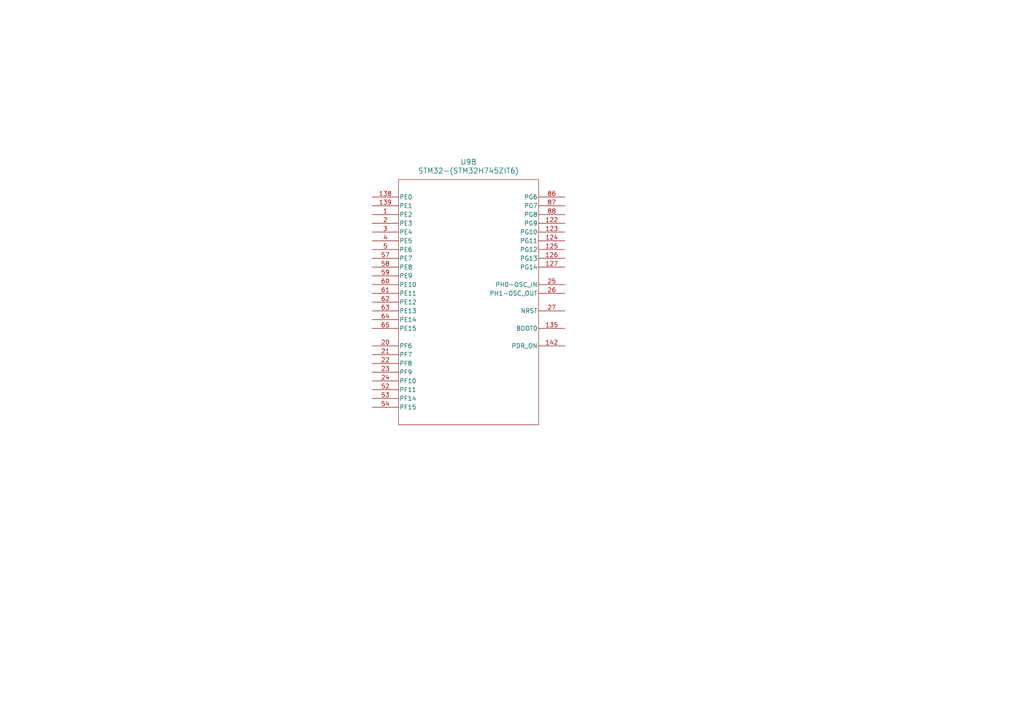
<source format=kicad_sch>
(kicad_sch (version 20230121) (generator eeschema)
  (paper "A4")
  (lib_symbols
    (symbol "GAUL-Symboles:STM32-(STM32H745ZIT6)" (pin_names (offset 0.254))
      (property "Reference" "U" (at 30.48 10.16 0))
      (property "Value" "STM32-(STM32H745ZIT6)" (at 30.48 7.62 0))
      (symbol "STM32-(STM32H745ZIT6)_1_1"
        (polyline (pts (xy 7.62 -86.36) (xy 53.34 -86.36)) (stroke (width 0.127)))
        (polyline (pts (xy 7.62 5.08) (xy 7.62 -86.36)) (stroke (width 0.127)))
        (polyline (pts (xy 53.34 -86.36) (xy 53.34 5.08)) (stroke (width 0.127)))
        (polyline (pts (xy 53.34 5.08) (xy 7.62 5.08)) (stroke (width 0.127)))
        (pin bidirectional line (at 60.96 -35.56 180) (length 7.62) (name "PC14-OSC32_IN") (number "10"))
        (pin bidirectional line (at 0 -27.94 0) (length 7.62) (name "PA11") (number "100"))
        (pin bidirectional line (at 0 -30.48 0) (length 7.62) (name "PA12") (number "101"))
        (pin bidirectional line (at 0 -33.02 0) (length 7.62) (name "PA13") (number "102"))
        (pin bidirectional line (at 0 -35.56 0) (length 7.62) (name "PA14") (number "107"))
        (pin bidirectional line (at 0 -38.1 0) (length 7.62) (name "PA15") (number "108"))
        (pin bidirectional line (at 60.96 -25.4 180) (length 7.62) (name "PC10") (number "109"))
        (pin bidirectional line (at 60.96 -38.1 180) (length 7.62) (name "PC15-OSC32_OUT") (number "11"))
        (pin bidirectional line (at 60.96 -27.94 180) (length 7.62) (name "PC11") (number "110"))
        (pin bidirectional line (at 60.96 -30.48 180) (length 7.62) (name "PC12") (number "111"))
        (pin bidirectional line (at 60.96 -43.18 180) (length 7.62) (name "PD0") (number "112"))
        (pin bidirectional line (at 60.96 -45.72 180) (length 7.62) (name "PD1") (number "113"))
        (pin bidirectional line (at 60.96 -48.26 180) (length 7.62) (name "PD2") (number "114"))
        (pin bidirectional line (at 60.96 -50.8 180) (length 7.62) (name "PD3") (number "115"))
        (pin bidirectional line (at 60.96 -53.34 180) (length 7.62) (name "PD4") (number "116"))
        (pin bidirectional line (at 60.96 -55.88 180) (length 7.62) (name "PD5") (number "117"))
        (pin bidirectional line (at 60.96 -58.42 180) (length 7.62) (name "PD6") (number "120"))
        (pin bidirectional line (at 60.96 -60.96 180) (length 7.62) (name "PD7") (number "121"))
        (pin bidirectional line (at 0 -50.8 0) (length 7.62) (name "PB3") (number "130"))
        (pin bidirectional line (at 0 -53.34 0) (length 7.62) (name "PB4") (number "131"))
        (pin bidirectional line (at 0 -55.88 0) (length 7.62) (name "PB5") (number "132"))
        (pin bidirectional line (at 0 -58.42 0) (length 7.62) (name "PB6") (number "133"))
        (pin bidirectional line (at 0 -60.96 0) (length 7.62) (name "PB7") (number "134"))
        (pin bidirectional line (at 0 -63.5 0) (length 7.62) (name "PB8") (number "136"))
        (pin bidirectional line (at 0 -66.04 0) (length 7.62) (name "PB9") (number "137"))
        (pin bidirectional line (at 60.96 0 180) (length 7.62) (name "PC0") (number "28"))
        (pin bidirectional line (at 60.96 -2.54 180) (length 7.62) (name "PC1") (number "29"))
        (pin bidirectional line (at 60.96 -5.08 180) (length 7.62) (name "PC2_C") (number "30"))
        (pin bidirectional line (at 60.96 -7.62 180) (length 7.62) (name "PC3_C") (number "31"))
        (pin bidirectional line (at 0 0 0) (length 7.62) (name "PA0") (number "37"))
        (pin bidirectional line (at 0 -2.54 0) (length 7.62) (name "PA1") (number "38"))
        (pin bidirectional line (at 0 -5.08 0) (length 7.62) (name "PA2") (number "39"))
        (pin bidirectional line (at 0 -7.62 0) (length 7.62) (name "PA3") (number "40"))
        (pin bidirectional line (at 0 -10.16 0) (length 7.62) (name "PA4") (number "43"))
        (pin bidirectional line (at 0 -12.7 0) (length 7.62) (name "PA5") (number "44"))
        (pin bidirectional line (at 0 -15.24 0) (length 7.62) (name "PA6") (number "45"))
        (pin bidirectional line (at 0 -17.78 0) (length 7.62) (name "PA7") (number "46"))
        (pin bidirectional line (at 60.96 -10.16 180) (length 7.62) (name "PC4") (number "47"))
        (pin bidirectional line (at 60.96 -12.7 180) (length 7.62) (name "PC5") (number "48"))
        (pin bidirectional line (at 0 -43.18 0) (length 7.62) (name "PB0") (number "49"))
        (pin bidirectional line (at 0 -45.72 0) (length 7.62) (name "PB1") (number "50"))
        (pin bidirectional line (at 0 -48.26 0) (length 7.62) (name "PB2") (number "51"))
        (pin bidirectional line (at 0 -68.58 0) (length 7.62) (name "PB10") (number "66"))
        (pin bidirectional line (at 0 -71.12 0) (length 7.62) (name "PB11") (number "67"))
        (pin bidirectional line (at 0 -73.66 0) (length 7.62) (name "PB12") (number "72"))
        (pin bidirectional line (at 0 -76.2 0) (length 7.62) (name "PB13") (number "73"))
        (pin bidirectional line (at 0 -78.74 0) (length 7.62) (name "PB14") (number "74"))
        (pin bidirectional line (at 0 -81.28 0) (length 7.62) (name "PB15") (number "75"))
        (pin bidirectional line (at 60.96 -63.5 180) (length 7.62) (name "PD8") (number "76"))
        (pin bidirectional line (at 60.96 -66.04 180) (length 7.62) (name "PD9") (number "77"))
        (pin bidirectional line (at 60.96 -68.58 180) (length 7.62) (name "PD10") (number "78"))
        (pin bidirectional line (at 60.96 -71.12 180) (length 7.62) (name "PD11") (number "81"))
        (pin bidirectional line (at 60.96 -73.66 180) (length 7.62) (name "PD12") (number "82"))
        (pin bidirectional line (at 60.96 -76.2 180) (length 7.62) (name "PD13") (number "83"))
        (pin bidirectional line (at 60.96 -78.74 180) (length 7.62) (name "PD14") (number "84"))
        (pin bidirectional line (at 60.96 -81.28 180) (length 7.62) (name "PD15") (number "85"))
        (pin bidirectional line (at 60.96 -33.02 180) (length 7.62) (name "PC13") (number "9"))
        (pin bidirectional line (at 60.96 -15.24 180) (length 7.62) (name "PC6") (number "93"))
        (pin bidirectional line (at 60.96 -17.78 180) (length 7.62) (name "PC7") (number "94"))
        (pin bidirectional line (at 60.96 -20.32 180) (length 7.62) (name "PC8") (number "95"))
        (pin bidirectional line (at 60.96 -22.86 180) (length 7.62) (name "PC9") (number "96"))
        (pin bidirectional line (at 0 -20.32 0) (length 7.62) (name "PA8") (number "97"))
        (pin bidirectional line (at 0 -22.86 0) (length 7.62) (name "PA9") (number "98"))
        (pin bidirectional line (at 0 -25.4 0) (length 7.62) (name "PA10") (number "99"))
      )
      (symbol "STM32-(STM32H745ZIT6)_2_1"
        (polyline (pts (xy 7.62 -66.04) (xy 48.26 -66.04)) (stroke (width 0.127)))
        (polyline (pts (xy 7.62 5.08) (xy 7.62 -66.04)) (stroke (width 0.127)))
        (polyline (pts (xy 48.26 -66.04) (xy 48.26 5.08)) (stroke (width 0.127)))
        (polyline (pts (xy 48.26 5.08) (xy 7.62 5.08)) (stroke (width 0.127)))
        (pin bidirectional line (at 0 -5.08 0) (length 7.62) (name "PE2") (number "1"))
        (pin bidirectional line (at 55.88 -7.62 180) (length 7.62) (name "PG9") (number "122"))
        (pin bidirectional line (at 55.88 -10.16 180) (length 7.62) (name "PG10") (number "123"))
        (pin bidirectional line (at 55.88 -12.7 180) (length 7.62) (name "PG11") (number "124"))
        (pin bidirectional line (at 55.88 -15.24 180) (length 7.62) (name "PG12") (number "125"))
        (pin bidirectional line (at 55.88 -17.78 180) (length 7.62) (name "PG13") (number "126"))
        (pin bidirectional line (at 55.88 -20.32 180) (length 7.62) (name "PG14") (number "127"))
        (pin input line (at 55.88 -38.1 180) (length 7.62) (name "BOOT0") (number "135"))
        (pin bidirectional line (at 0 0 0) (length 7.62) (name "PE0") (number "138"))
        (pin bidirectional line (at 0 -2.54 0) (length 7.62) (name "PE1") (number "139"))
        (pin bidirectional line (at 55.88 -43.18 180) (length 7.62) (name "PDR_ON") (number "142"))
        (pin bidirectional line (at 0 -7.62 0) (length 7.62) (name "PE3") (number "2"))
        (pin bidirectional line (at 0 -43.18 0) (length 7.62) (name "PF6") (number "20"))
        (pin bidirectional line (at 0 -45.72 0) (length 7.62) (name "PF7") (number "21"))
        (pin bidirectional line (at 0 -48.26 0) (length 7.62) (name "PF8") (number "22"))
        (pin bidirectional line (at 0 -50.8 0) (length 7.62) (name "PF9") (number "23"))
        (pin bidirectional line (at 0 -53.34 0) (length 7.62) (name "PF10") (number "24"))
        (pin bidirectional line (at 55.88 -25.4 180) (length 7.62) (name "PH0-OSC_IN") (number "25"))
        (pin bidirectional line (at 55.88 -27.94 180) (length 7.62) (name "PH1-OSC_OUT") (number "26"))
        (pin bidirectional line (at 55.88 -33.02 180) (length 7.62) (name "NRST") (number "27"))
        (pin bidirectional line (at 0 -10.16 0) (length 7.62) (name "PE4") (number "3"))
        (pin bidirectional line (at 0 -12.7 0) (length 7.62) (name "PE5") (number "4"))
        (pin bidirectional line (at 0 -15.24 0) (length 7.62) (name "PE6") (number "5"))
        (pin bidirectional line (at 0 -55.88 0) (length 7.62) (name "PF11") (number "52"))
        (pin bidirectional line (at 0 -58.42 0) (length 7.62) (name "PF14") (number "53"))
        (pin bidirectional line (at 0 -60.96 0) (length 7.62) (name "PF15") (number "54"))
        (pin bidirectional line (at 0 -17.78 0) (length 7.62) (name "PE7") (number "57"))
        (pin bidirectional line (at 0 -20.32 0) (length 7.62) (name "PE8") (number "58"))
        (pin bidirectional line (at 0 -22.86 0) (length 7.62) (name "PE9") (number "59"))
        (pin bidirectional line (at 0 -25.4 0) (length 7.62) (name "PE10") (number "60"))
        (pin bidirectional line (at 0 -27.94 0) (length 7.62) (name "PE11") (number "61"))
        (pin bidirectional line (at 0 -30.48 0) (length 7.62) (name "PE12") (number "62"))
        (pin bidirectional line (at 0 -33.02 0) (length 7.62) (name "PE13") (number "63"))
        (pin bidirectional line (at 0 -35.56 0) (length 7.62) (name "PE14") (number "64"))
        (pin bidirectional line (at 0 -38.1 0) (length 7.62) (name "PE15") (number "65"))
        (pin bidirectional line (at 55.88 0 180) (length 7.62) (name "PG6") (number "86"))
        (pin bidirectional line (at 55.88 -2.54 180) (length 7.62) (name "PG7") (number "87"))
        (pin bidirectional line (at 55.88 -5.08 180) (length 7.62) (name "PG8") (number "88"))
      )
      (symbol "STM32-(STM32H745ZIT6)_3_1"
        (polyline (pts (xy 7.62 -68.58) (xy 48.26 -68.58)) (stroke (width 0.127)))
        (polyline (pts (xy 7.62 5.08) (xy 7.62 -68.58)) (stroke (width 0.127)))
        (polyline (pts (xy 48.26 -68.58) (xy 48.26 5.08)) (stroke (width 0.127)))
        (polyline (pts (xy 48.26 5.08) (xy 7.62 5.08)) (stroke (width 0.127)))
        (pin power_in line (at 55.88 -60.96 180) (length 7.62) (name "VCAP") (number "103"))
        (pin power_in line (at 55.88 -22.86 180) (length 7.62) (name "VSS") (number "104"))
        (pin power_in line (at 0 -43.18 0) (length 7.62) (name "VDDLDO") (number "105"))
        (pin power_in line (at 0 -22.86 0) (length 7.62) (name "VDD") (number "106"))
        (pin power_in line (at 55.88 -25.4 180) (length 7.62) (name "VSS") (number "118"))
        (pin power_in line (at 0 -25.4 0) (length 7.62) (name "VDD") (number "119"))
        (pin power_in line (at 55.88 -2.54 180) (length 7.62) (name "VSS") (number "12"))
        (pin power_in line (at 55.88 -27.94 180) (length 7.62) (name "VSS") (number "128"))
        (pin power_in line (at 0 -27.94 0) (length 7.62) (name "VDD") (number "129"))
        (pin power_in line (at 0 -2.54 0) (length 7.62) (name "VDD") (number "13"))
        (pin power_in line (at 55.88 -40.64 180) (length 7.62) (name "VSSSMPS") (number "14"))
        (pin power_in line (at 55.88 -63.5 180) (length 7.62) (name "VCAP") (number "140"))
        (pin power_in line (at 55.88 -30.48 180) (length 7.62) (name "VSS") (number "141"))
        (pin power_in line (at 0 -45.72 0) (length 7.62) (name "VDDLDO") (number "143"))
        (pin power_in line (at 0 -30.48 0) (length 7.62) (name "VDD") (number "144"))
        (pin power_in line (at 55.88 -48.26 180) (length 7.62) (name "VLXSMPS") (number "15"))
        (pin power_in line (at 0 -50.8 0) (length 7.62) (name "VDDSMPS") (number "16"))
        (pin power_in line (at 55.88 -45.72 180) (length 7.62) (name "VFBSMPS") (number "17"))
        (pin power_in line (at 55.88 -5.08 180) (length 7.62) (name "VSS") (number "18"))
        (pin power_in line (at 0 -5.08 0) (length 7.62) (name "VDD") (number "19"))
        (pin power_in line (at 0 -7.62 0) (length 7.62) (name "VDD") (number "32"))
        (pin power_in line (at 55.88 -7.62 180) (length 7.62) (name "VSS") (number "33"))
        (pin power_in line (at 55.88 -35.56 180) (length 7.62) (name "VSSA") (number "34"))
        (pin power_in line (at 0 -63.5 0) (length 7.62) (name "VREF+") (number "35"))
        (pin power_in line (at 0 -35.56 0) (length 7.62) (name "VDDA") (number "36"))
        (pin power_in line (at 55.88 -10.16 180) (length 7.62) (name "VSS") (number "41"))
        (pin power_in line (at 0 -10.16 0) (length 7.62) (name "VDD") (number "42"))
        (pin power_in line (at 55.88 -12.7 180) (length 7.62) (name "VSS") (number "55"))
        (pin power_in line (at 0 -12.7 0) (length 7.62) (name "VDD") (number "56"))
        (pin power_in line (at 55.88 0 180) (length 7.62) (name "VSS") (number "6"))
        (pin power_in line (at 55.88 -58.42 180) (length 7.62) (name "VCAP") (number "68"))
        (pin power_in line (at 55.88 -15.24 180) (length 7.62) (name "VSS") (number "69"))
        (pin power_in line (at 0 0 0) (length 7.62) (name "VDD") (number "7"))
        (pin power_in line (at 0 -40.64 0) (length 7.62) (name "VDDLDO") (number "70"))
        (pin power_in line (at 0 -15.24 0) (length 7.62) (name "VDD") (number "71"))
        (pin power_in line (at 0 -17.78 0) (length 7.62) (name "VDD") (number "79"))
        (pin power_in line (at 55.88 -53.34 180) (length 7.62) (name "VBAT") (number "8"))
        (pin power_in line (at 55.88 -17.78 180) (length 7.62) (name "VSS") (number "80"))
        (pin power_in line (at 55.88 -20.32 180) (length 7.62) (name "VSS") (number "89"))
        (pin power_in line (at 0 -58.42 0) (length 7.62) (name "VDD50USB") (number "90"))
        (pin power_in line (at 0 -55.88 0) (length 7.62) (name "VDD33USB") (number "91"))
        (pin power_in line (at 0 -20.32 0) (length 7.62) (name "VDD") (number "92"))
      )
    )
  )
  (symbol (lib_id "GAUL-Symboles:STM32-(STM32H745ZIT6)") (at 107.95 57.15 0) (unit 2)
    (property "Reference" "U9" (at 135.89 46.99 0) (effects (font (size 1.524 1.524))))
    (property "Value" "STM32-(STM32H745ZIT6)" (at 135.89 49.53 0) (effects (font (size 1.524 1.524))))
    (property "Footprint" "LQFP-144" (effects hide))
    (property "Datasheet" "STM32H745ZIT6" (effects hide))
  )
)
</source>
